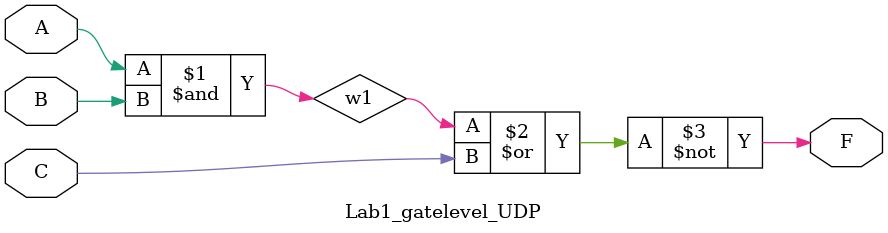
<source format=v>
module	Lab1_gatelevel_UDP(F, A, B, C);
	output	F;
	input	A, B, C;
	wire	w1;

    and     G1(w1, A, B);
    nor     G2(F, w1, C);

endmodule
</source>
